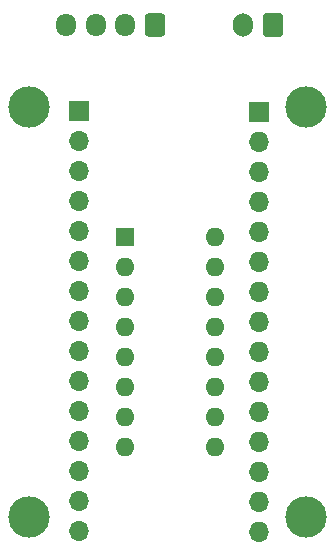
<source format=gbr>
%TF.GenerationSoftware,KiCad,Pcbnew,6.0.2+dfsg-1*%
%TF.CreationDate,2023-02-14T20:33:30-03:00*%
%TF.ProjectId,arduStep,61726475-5374-4657-902e-6b696361645f,rev?*%
%TF.SameCoordinates,Original*%
%TF.FileFunction,Soldermask,Bot*%
%TF.FilePolarity,Negative*%
%FSLAX46Y46*%
G04 Gerber Fmt 4.6, Leading zero omitted, Abs format (unit mm)*
G04 Created by KiCad (PCBNEW 6.0.2+dfsg-1) date 2023-02-14 20:33:30*
%MOMM*%
%LPD*%
G01*
G04 APERTURE LIST*
G04 Aperture macros list*
%AMRoundRect*
0 Rectangle with rounded corners*
0 $1 Rounding radius*
0 $2 $3 $4 $5 $6 $7 $8 $9 X,Y pos of 4 corners*
0 Add a 4 corners polygon primitive as box body*
4,1,4,$2,$3,$4,$5,$6,$7,$8,$9,$2,$3,0*
0 Add four circle primitives for the rounded corners*
1,1,$1+$1,$2,$3*
1,1,$1+$1,$4,$5*
1,1,$1+$1,$6,$7*
1,1,$1+$1,$8,$9*
0 Add four rect primitives between the rounded corners*
20,1,$1+$1,$2,$3,$4,$5,0*
20,1,$1+$1,$4,$5,$6,$7,0*
20,1,$1+$1,$6,$7,$8,$9,0*
20,1,$1+$1,$8,$9,$2,$3,0*%
G04 Aperture macros list end*
%ADD10R,1.700000X1.700000*%
%ADD11O,1.700000X1.700000*%
%ADD12C,3.500000*%
%ADD13R,1.600000X1.600000*%
%ADD14O,1.600000X1.600000*%
%ADD15RoundRect,0.250000X0.600000X0.725000X-0.600000X0.725000X-0.600000X-0.725000X0.600000X-0.725000X0*%
%ADD16O,1.700000X1.950000*%
%ADD17RoundRect,0.250000X0.600000X0.750000X-0.600000X0.750000X-0.600000X-0.750000X0.600000X-0.750000X0*%
%ADD18O,1.700000X2.000000*%
G04 APERTURE END LIST*
D10*
%TO.C,REF\u002A\u002A*%
X164000000Y-67690000D03*
D11*
X164000000Y-70230000D03*
X164000000Y-72770000D03*
X164000000Y-75310000D03*
X164000000Y-77850000D03*
X164000000Y-80390000D03*
X164000000Y-82930000D03*
X164000000Y-85470000D03*
X164000000Y-88010000D03*
X164000000Y-90550000D03*
X164000000Y-93090000D03*
X164000000Y-95630000D03*
X164000000Y-98170000D03*
X164000000Y-100710000D03*
X164000000Y-103250000D03*
%TD*%
D12*
%TO.C,2.2mm*%
X144500000Y-102000000D03*
%TD*%
%TO.C,2.2mm*%
X168000000Y-102000000D03*
%TD*%
%TO.C,2.2mm*%
X144500000Y-67250000D03*
%TD*%
%TO.C,2.2mm*%
X168000000Y-67250000D03*
%TD*%
D10*
%TO.C,REF\u002A\u002A*%
X148760000Y-67600000D03*
D11*
X148760000Y-70140000D03*
X148760000Y-72680000D03*
X148760000Y-75220000D03*
X148760000Y-77760000D03*
X148760000Y-80300000D03*
X148760000Y-82840000D03*
X148760000Y-85380000D03*
X148760000Y-87920000D03*
X148760000Y-90460000D03*
X148760000Y-93000000D03*
X148760000Y-95540000D03*
X148760000Y-98080000D03*
X148760000Y-100620000D03*
X148760000Y-103160000D03*
%TD*%
D13*
%TO.C,U1*%
X152630000Y-78260000D03*
D14*
X152630000Y-80800000D03*
X152630000Y-83340000D03*
X152630000Y-85880000D03*
X152630000Y-88420000D03*
X152630000Y-90960000D03*
X152630000Y-93500000D03*
X152630000Y-96040000D03*
X160250000Y-96040000D03*
X160250000Y-93500000D03*
X160250000Y-90960000D03*
X160250000Y-88420000D03*
X160250000Y-85880000D03*
X160250000Y-83340000D03*
X160250000Y-80800000D03*
X160250000Y-78260000D03*
%TD*%
D15*
%TO.C,J1*%
X155180000Y-60360000D03*
D16*
X152680000Y-60360000D03*
X150180000Y-60360000D03*
X147680000Y-60360000D03*
%TD*%
D14*
%TO.C,A1*%
X164000000Y-67600000D03*
X164000000Y-70140000D03*
X164000000Y-72680000D03*
X164000000Y-75220000D03*
X164000000Y-77760000D03*
X164000000Y-80300000D03*
X164000000Y-82840000D03*
X164000000Y-85380000D03*
X164000000Y-87920000D03*
X164000000Y-90460000D03*
X164000000Y-93000000D03*
X164000000Y-95540000D03*
X164000000Y-98080000D03*
X164000000Y-100620000D03*
X164000000Y-103160000D03*
X148760000Y-103160000D03*
X148760000Y-100620000D03*
X148760000Y-98080000D03*
X148760000Y-95540000D03*
X148760000Y-93000000D03*
X148760000Y-90460000D03*
X148760000Y-87920000D03*
X148760000Y-85380000D03*
X148760000Y-82840000D03*
X148760000Y-80300000D03*
X148760000Y-77760000D03*
X148760000Y-75220000D03*
X148760000Y-72680000D03*
X148760000Y-70140000D03*
D13*
X148760000Y-67600000D03*
%TD*%
D17*
%TO.C,J2*%
X165180000Y-60360000D03*
D18*
X162680000Y-60360000D03*
%TD*%
M02*

</source>
